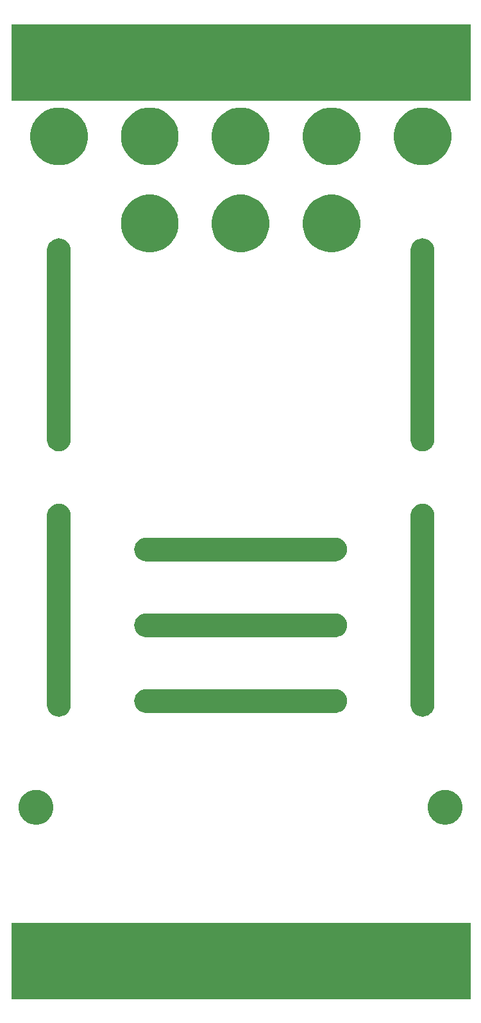
<source format=gbs>
G04 #@! TF.GenerationSoftware,KiCad,Pcbnew,(5.1.4)-1*
G04 #@! TF.CreationDate,2020-06-21T13:41:15+09:00*
G04 #@! TF.ProjectId,dooper-panel,646f6f70-6572-42d7-9061-6e656c2e6b69,rev?*
G04 #@! TF.SameCoordinates,Original*
G04 #@! TF.FileFunction,Soldermask,Bot*
G04 #@! TF.FilePolarity,Negative*
%FSLAX46Y46*%
G04 Gerber Fmt 4.6, Leading zero omitted, Abs format (unit mm)*
G04 Created by KiCad (PCBNEW (5.1.4)-1) date 2020-06-21 13:41:15*
%MOMM*%
%LPD*%
G04 APERTURE LIST*
%ADD10C,0.010000*%
%ADD11C,0.100000*%
G04 APERTURE END LIST*
D10*
G36*
X50000000Y-168500000D02*
G01*
X110500000Y-168500000D01*
X110500000Y-178500000D01*
X50000000Y-178500000D01*
X50000000Y-168500000D01*
G37*
X50000000Y-168500000D02*
X110500000Y-168500000D01*
X110500000Y-178500000D01*
X50000000Y-178500000D01*
X50000000Y-168500000D01*
G36*
X50000000Y-50000000D02*
G01*
X110500000Y-50000000D01*
X110500000Y-60000000D01*
X50000000Y-60000000D01*
X50000000Y-50000000D01*
G37*
X50000000Y-50000000D02*
X110500000Y-50000000D01*
X110500000Y-60000000D01*
X50000000Y-60000000D01*
X50000000Y-50000000D01*
D11*
G36*
X105020687Y-172887358D02*
G01*
X105520402Y-173038945D01*
X105980943Y-173285109D01*
X106384610Y-173616390D01*
X106715891Y-174020057D01*
X106962055Y-174480598D01*
X107113642Y-174980313D01*
X107164827Y-175500000D01*
X107113642Y-176019687D01*
X106962055Y-176519402D01*
X106715891Y-176979943D01*
X106384610Y-177383610D01*
X105980943Y-177714891D01*
X105520402Y-177961055D01*
X105020687Y-178112642D01*
X104631234Y-178151000D01*
X101570766Y-178151000D01*
X101181313Y-178112642D01*
X100681598Y-177961055D01*
X100221057Y-177714891D01*
X99817390Y-177383610D01*
X99486109Y-176979943D01*
X99239945Y-176519402D01*
X99088358Y-176019687D01*
X99037173Y-175500000D01*
X99088358Y-174980313D01*
X99239945Y-174480598D01*
X99486109Y-174020057D01*
X99817390Y-173616390D01*
X100221057Y-173285109D01*
X100681598Y-173038945D01*
X101181313Y-172887358D01*
X101570766Y-172849000D01*
X104631234Y-172849000D01*
X105020687Y-172887358D01*
X105020687Y-172887358D01*
G37*
G36*
X59320687Y-172887358D02*
G01*
X59820402Y-173038945D01*
X60280943Y-173285109D01*
X60684610Y-173616390D01*
X61015891Y-174020057D01*
X61262055Y-174480598D01*
X61413642Y-174980313D01*
X61464827Y-175500000D01*
X61413642Y-176019687D01*
X61262055Y-176519402D01*
X61015891Y-176979943D01*
X60684610Y-177383610D01*
X60280943Y-177714891D01*
X59820402Y-177961055D01*
X59320687Y-178112642D01*
X58931234Y-178151000D01*
X55870766Y-178151000D01*
X55481313Y-178112642D01*
X54981598Y-177961055D01*
X54521057Y-177714891D01*
X54117390Y-177383610D01*
X53786109Y-176979943D01*
X53539945Y-176519402D01*
X53388358Y-176019687D01*
X53337173Y-175500000D01*
X53388358Y-174980313D01*
X53539945Y-174480598D01*
X53786109Y-174020057D01*
X54117390Y-173616390D01*
X54521057Y-173285109D01*
X54981598Y-173038945D01*
X55481313Y-172887358D01*
X55870766Y-172849000D01*
X58931234Y-172849000D01*
X59320687Y-172887358D01*
X59320687Y-172887358D01*
G37*
G36*
X53698903Y-150993213D02*
G01*
X53921177Y-151037426D01*
X54339932Y-151210880D01*
X54716802Y-151462696D01*
X55037304Y-151783198D01*
X55289120Y-152160068D01*
X55462574Y-152578823D01*
X55551000Y-153023371D01*
X55551000Y-153476629D01*
X55462574Y-153921177D01*
X55289120Y-154339932D01*
X55037304Y-154716802D01*
X54716802Y-155037304D01*
X54339932Y-155289120D01*
X53921177Y-155462574D01*
X53698903Y-155506787D01*
X53476630Y-155551000D01*
X53023370Y-155551000D01*
X52801097Y-155506787D01*
X52578823Y-155462574D01*
X52160068Y-155289120D01*
X51783198Y-155037304D01*
X51462696Y-154716802D01*
X51210880Y-154339932D01*
X51037426Y-153921177D01*
X50949000Y-153476629D01*
X50949000Y-153023371D01*
X51037426Y-152578823D01*
X51210880Y-152160068D01*
X51462696Y-151783198D01*
X51783198Y-151462696D01*
X52160068Y-151210880D01*
X52578823Y-151037426D01*
X52801097Y-150993213D01*
X53023370Y-150949000D01*
X53476630Y-150949000D01*
X53698903Y-150993213D01*
X53698903Y-150993213D01*
G37*
G36*
X107698903Y-150993213D02*
G01*
X107921177Y-151037426D01*
X108339932Y-151210880D01*
X108716802Y-151462696D01*
X109037304Y-151783198D01*
X109289120Y-152160068D01*
X109462574Y-152578823D01*
X109551000Y-153023371D01*
X109551000Y-153476629D01*
X109462574Y-153921177D01*
X109289120Y-154339932D01*
X109037304Y-154716802D01*
X108716802Y-155037304D01*
X108339932Y-155289120D01*
X107921177Y-155462574D01*
X107698903Y-155506787D01*
X107476630Y-155551000D01*
X107023370Y-155551000D01*
X106801097Y-155506787D01*
X106578823Y-155462574D01*
X106160068Y-155289120D01*
X105783198Y-155037304D01*
X105462696Y-154716802D01*
X105210880Y-154339932D01*
X105037426Y-153921177D01*
X104949000Y-153476629D01*
X104949000Y-153023371D01*
X105037426Y-152578823D01*
X105210880Y-152160068D01*
X105462696Y-151783198D01*
X105783198Y-151462696D01*
X106160068Y-151210880D01*
X106578823Y-151037426D01*
X106801097Y-150993213D01*
X107023370Y-150949000D01*
X107476630Y-150949000D01*
X107698903Y-150993213D01*
X107698903Y-150993213D01*
G37*
G36*
X56554048Y-113221442D02*
G01*
X56846413Y-113310130D01*
X56846415Y-113310131D01*
X57115856Y-113454150D01*
X57115858Y-113454151D01*
X57115857Y-113454151D01*
X57352029Y-113647971D01*
X57439395Y-113754426D01*
X57545850Y-113884142D01*
X57689869Y-114153584D01*
X57689870Y-114153586D01*
X57778558Y-114445951D01*
X57801000Y-114673810D01*
X57801000Y-139826190D01*
X57778558Y-140054049D01*
X57759808Y-140115858D01*
X57689869Y-140346416D01*
X57545850Y-140615858D01*
X57352029Y-140852029D01*
X57115858Y-141045850D01*
X56846416Y-141189869D01*
X56846414Y-141189870D01*
X56554049Y-141278558D01*
X56250000Y-141308504D01*
X55945952Y-141278558D01*
X55653587Y-141189870D01*
X55653585Y-141189869D01*
X55384143Y-141045850D01*
X55147972Y-140852029D01*
X54954151Y-140615858D01*
X54810132Y-140346416D01*
X54740193Y-140115858D01*
X54721443Y-140054049D01*
X54699001Y-139826190D01*
X54699000Y-114673811D01*
X54721442Y-114445952D01*
X54810130Y-114153587D01*
X54954151Y-113884143D01*
X55147971Y-113647971D01*
X55254426Y-113560605D01*
X55384142Y-113454150D01*
X55653584Y-113310131D01*
X55653586Y-113310130D01*
X55945951Y-113221442D01*
X56250000Y-113191496D01*
X56554048Y-113221442D01*
X56554048Y-113221442D01*
G37*
G36*
X104554049Y-113221442D02*
G01*
X104846414Y-113310130D01*
X104846416Y-113310131D01*
X105115858Y-113454150D01*
X105352029Y-113647971D01*
X105545850Y-113884142D01*
X105689869Y-114153584D01*
X105689870Y-114153586D01*
X105778558Y-114445951D01*
X105801000Y-114673810D01*
X105801000Y-139826190D01*
X105778558Y-140054049D01*
X105759808Y-140115858D01*
X105689869Y-140346416D01*
X105545850Y-140615858D01*
X105439395Y-140745574D01*
X105352029Y-140852029D01*
X105151768Y-141016378D01*
X105115856Y-141045850D01*
X104846415Y-141189869D01*
X104846413Y-141189870D01*
X104554048Y-141278558D01*
X104250000Y-141308504D01*
X103945951Y-141278558D01*
X103653586Y-141189870D01*
X103653584Y-141189869D01*
X103384142Y-141045850D01*
X103254426Y-140939395D01*
X103147971Y-140852029D01*
X102954151Y-140615857D01*
X102810130Y-140346413D01*
X102721442Y-140054048D01*
X102699000Y-139826189D01*
X102699001Y-114673810D01*
X102721443Y-114445951D01*
X102810131Y-114153586D01*
X102810132Y-114153584D01*
X102954151Y-113884142D01*
X103147972Y-113647971D01*
X103384143Y-113454150D01*
X103653585Y-113310131D01*
X103653587Y-113310130D01*
X103945952Y-113221442D01*
X104250000Y-113191496D01*
X104554049Y-113221442D01*
X104554049Y-113221442D01*
G37*
G36*
X92902143Y-137706481D02*
G01*
X93054049Y-137721442D01*
X93346414Y-137810130D01*
X93346416Y-137810131D01*
X93615858Y-137954150D01*
X93852029Y-138147971D01*
X94045850Y-138384142D01*
X94189869Y-138653584D01*
X94189870Y-138653586D01*
X94278558Y-138945951D01*
X94308504Y-139250000D01*
X94278558Y-139554049D01*
X94189870Y-139846414D01*
X94189869Y-139846416D01*
X94045850Y-140115858D01*
X93852029Y-140352029D01*
X93615858Y-140545850D01*
X93346416Y-140689869D01*
X93346414Y-140689870D01*
X93054049Y-140778558D01*
X92902143Y-140793519D01*
X92826191Y-140801000D01*
X67673809Y-140801000D01*
X67597857Y-140793519D01*
X67445951Y-140778558D01*
X67153586Y-140689870D01*
X67153584Y-140689869D01*
X66884142Y-140545850D01*
X66647971Y-140352029D01*
X66454150Y-140115858D01*
X66310131Y-139846416D01*
X66310130Y-139846414D01*
X66221442Y-139554049D01*
X66191496Y-139250000D01*
X66221442Y-138945951D01*
X66310130Y-138653586D01*
X66310131Y-138653584D01*
X66454150Y-138384142D01*
X66647971Y-138147971D01*
X66884142Y-137954150D01*
X67153584Y-137810131D01*
X67153586Y-137810130D01*
X67445951Y-137721442D01*
X67597857Y-137706481D01*
X67673809Y-137699000D01*
X92826191Y-137699000D01*
X92902143Y-137706481D01*
X92902143Y-137706481D01*
G37*
G36*
X92902143Y-127706481D02*
G01*
X93054049Y-127721442D01*
X93346414Y-127810130D01*
X93346416Y-127810131D01*
X93615858Y-127954150D01*
X93852029Y-128147971D01*
X94045850Y-128384142D01*
X94189869Y-128653584D01*
X94189870Y-128653586D01*
X94278558Y-128945951D01*
X94308504Y-129250000D01*
X94278558Y-129554049D01*
X94189870Y-129846414D01*
X94189869Y-129846416D01*
X94045850Y-130115858D01*
X93852029Y-130352029D01*
X93615858Y-130545850D01*
X93346416Y-130689869D01*
X93346414Y-130689870D01*
X93054049Y-130778558D01*
X92902143Y-130793519D01*
X92826191Y-130801000D01*
X67673809Y-130801000D01*
X67597857Y-130793519D01*
X67445951Y-130778558D01*
X67153586Y-130689870D01*
X67153584Y-130689869D01*
X66884142Y-130545850D01*
X66647971Y-130352029D01*
X66454150Y-130115858D01*
X66310131Y-129846416D01*
X66310130Y-129846414D01*
X66221442Y-129554049D01*
X66191496Y-129250000D01*
X66221442Y-128945951D01*
X66310130Y-128653586D01*
X66310131Y-128653584D01*
X66454150Y-128384142D01*
X66647971Y-128147971D01*
X66884142Y-127954150D01*
X67153584Y-127810131D01*
X67153586Y-127810130D01*
X67445951Y-127721442D01*
X67597857Y-127706481D01*
X67673809Y-127699000D01*
X92826191Y-127699000D01*
X92902143Y-127706481D01*
X92902143Y-127706481D01*
G37*
G36*
X92902143Y-117706481D02*
G01*
X93054049Y-117721442D01*
X93346414Y-117810130D01*
X93346416Y-117810131D01*
X93615858Y-117954150D01*
X93852029Y-118147971D01*
X94045850Y-118384142D01*
X94189869Y-118653584D01*
X94189870Y-118653586D01*
X94278558Y-118945951D01*
X94308504Y-119250000D01*
X94278558Y-119554049D01*
X94189870Y-119846414D01*
X94189869Y-119846416D01*
X94045850Y-120115858D01*
X93852029Y-120352029D01*
X93615858Y-120545850D01*
X93346416Y-120689869D01*
X93346414Y-120689870D01*
X93054049Y-120778558D01*
X92902143Y-120793519D01*
X92826191Y-120801000D01*
X67673809Y-120801000D01*
X67597857Y-120793519D01*
X67445951Y-120778558D01*
X67153586Y-120689870D01*
X67153584Y-120689869D01*
X66884142Y-120545850D01*
X66647971Y-120352029D01*
X66454150Y-120115858D01*
X66310131Y-119846416D01*
X66310130Y-119846414D01*
X66221442Y-119554049D01*
X66191496Y-119250000D01*
X66221442Y-118945951D01*
X66310130Y-118653586D01*
X66310131Y-118653584D01*
X66454150Y-118384142D01*
X66647971Y-118147971D01*
X66884142Y-117954150D01*
X67153584Y-117810131D01*
X67153586Y-117810130D01*
X67445951Y-117721442D01*
X67597857Y-117706481D01*
X67673809Y-117699000D01*
X92826191Y-117699000D01*
X92902143Y-117706481D01*
X92902143Y-117706481D01*
G37*
G36*
X104554049Y-78221442D02*
G01*
X104846414Y-78310130D01*
X104846416Y-78310131D01*
X105115858Y-78454150D01*
X105352029Y-78647971D01*
X105545850Y-78884142D01*
X105689869Y-79153584D01*
X105689870Y-79153586D01*
X105778558Y-79445951D01*
X105801000Y-79673810D01*
X105801000Y-104826190D01*
X105778558Y-105054049D01*
X105689870Y-105346413D01*
X105689869Y-105346416D01*
X105545850Y-105615858D01*
X105439395Y-105745574D01*
X105352029Y-105852029D01*
X105151768Y-106016378D01*
X105115856Y-106045850D01*
X104846415Y-106189869D01*
X104846413Y-106189870D01*
X104554048Y-106278558D01*
X104250000Y-106308504D01*
X103945951Y-106278558D01*
X103653586Y-106189870D01*
X103653584Y-106189869D01*
X103384142Y-106045850D01*
X103254426Y-105939395D01*
X103147971Y-105852029D01*
X102954151Y-105615857D01*
X102810130Y-105346413D01*
X102721442Y-105054048D01*
X102699000Y-104826189D01*
X102699001Y-79673810D01*
X102721443Y-79445951D01*
X102810131Y-79153586D01*
X102810132Y-79153584D01*
X102954151Y-78884142D01*
X103147972Y-78647971D01*
X103384143Y-78454150D01*
X103653585Y-78310131D01*
X103653587Y-78310130D01*
X103945952Y-78221442D01*
X104250000Y-78191496D01*
X104554049Y-78221442D01*
X104554049Y-78221442D01*
G37*
G36*
X56554048Y-78221442D02*
G01*
X56846413Y-78310130D01*
X56846415Y-78310131D01*
X57115856Y-78454150D01*
X57115858Y-78454151D01*
X57115857Y-78454151D01*
X57352029Y-78647971D01*
X57372566Y-78672996D01*
X57545850Y-78884142D01*
X57689869Y-79153584D01*
X57689870Y-79153586D01*
X57778558Y-79445951D01*
X57801000Y-79673810D01*
X57801000Y-104826190D01*
X57778558Y-105054049D01*
X57689870Y-105346413D01*
X57689869Y-105346416D01*
X57545850Y-105615858D01*
X57352029Y-105852029D01*
X57115858Y-106045850D01*
X56846416Y-106189869D01*
X56846414Y-106189870D01*
X56554049Y-106278558D01*
X56250000Y-106308504D01*
X55945952Y-106278558D01*
X55653587Y-106189870D01*
X55653585Y-106189869D01*
X55384143Y-106045850D01*
X55147972Y-105852029D01*
X54954151Y-105615858D01*
X54810132Y-105346416D01*
X54810131Y-105346413D01*
X54721443Y-105054049D01*
X54699001Y-104826190D01*
X54699000Y-79673811D01*
X54721442Y-79445952D01*
X54810130Y-79153587D01*
X54954151Y-78884143D01*
X55147971Y-78647971D01*
X55254426Y-78560605D01*
X55384142Y-78454150D01*
X55653584Y-78310131D01*
X55653586Y-78310130D01*
X55945951Y-78221442D01*
X56250000Y-78191496D01*
X56554048Y-78221442D01*
X56554048Y-78221442D01*
G37*
G36*
X81358710Y-72595070D02*
G01*
X82050447Y-72881597D01*
X82050448Y-72881598D01*
X82672996Y-73297571D01*
X83202429Y-73827004D01*
X83480374Y-74242978D01*
X83618403Y-74449553D01*
X83904930Y-75141290D01*
X84051000Y-75875633D01*
X84051000Y-76624367D01*
X83904930Y-77358710D01*
X83618403Y-78050447D01*
X83618402Y-78050448D01*
X83202429Y-78672996D01*
X82672996Y-79202429D01*
X82308539Y-79445951D01*
X82050447Y-79618403D01*
X81358710Y-79904930D01*
X80624367Y-80051000D01*
X79875633Y-80051000D01*
X79141290Y-79904930D01*
X78449553Y-79618403D01*
X78191461Y-79445951D01*
X77827004Y-79202429D01*
X77297571Y-78672996D01*
X76881598Y-78050448D01*
X76881597Y-78050447D01*
X76595070Y-77358710D01*
X76449000Y-76624367D01*
X76449000Y-75875633D01*
X76595070Y-75141290D01*
X76881597Y-74449553D01*
X77019626Y-74242978D01*
X77297571Y-73827004D01*
X77827004Y-73297571D01*
X78449552Y-72881598D01*
X78449553Y-72881597D01*
X79141290Y-72595070D01*
X79875633Y-72449000D01*
X80624367Y-72449000D01*
X81358710Y-72595070D01*
X81358710Y-72595070D01*
G37*
G36*
X69358710Y-72595070D02*
G01*
X70050447Y-72881597D01*
X70050448Y-72881598D01*
X70672996Y-73297571D01*
X71202429Y-73827004D01*
X71480374Y-74242978D01*
X71618403Y-74449553D01*
X71904930Y-75141290D01*
X72051000Y-75875633D01*
X72051000Y-76624367D01*
X71904930Y-77358710D01*
X71618403Y-78050447D01*
X71618402Y-78050448D01*
X71202429Y-78672996D01*
X70672996Y-79202429D01*
X70308539Y-79445951D01*
X70050447Y-79618403D01*
X69358710Y-79904930D01*
X68624367Y-80051000D01*
X67875633Y-80051000D01*
X67141290Y-79904930D01*
X66449553Y-79618403D01*
X66191461Y-79445951D01*
X65827004Y-79202429D01*
X65297571Y-78672996D01*
X64881598Y-78050448D01*
X64881597Y-78050447D01*
X64595070Y-77358710D01*
X64449000Y-76624367D01*
X64449000Y-75875633D01*
X64595070Y-75141290D01*
X64881597Y-74449553D01*
X65019626Y-74242978D01*
X65297571Y-73827004D01*
X65827004Y-73297571D01*
X66449552Y-72881598D01*
X66449553Y-72881597D01*
X67141290Y-72595070D01*
X67875633Y-72449000D01*
X68624367Y-72449000D01*
X69358710Y-72595070D01*
X69358710Y-72595070D01*
G37*
G36*
X93358710Y-72595070D02*
G01*
X94050447Y-72881597D01*
X94050448Y-72881598D01*
X94672996Y-73297571D01*
X95202429Y-73827004D01*
X95480374Y-74242978D01*
X95618403Y-74449553D01*
X95904930Y-75141290D01*
X96051000Y-75875633D01*
X96051000Y-76624367D01*
X95904930Y-77358710D01*
X95618403Y-78050447D01*
X95618402Y-78050448D01*
X95202429Y-78672996D01*
X94672996Y-79202429D01*
X94308539Y-79445951D01*
X94050447Y-79618403D01*
X93358710Y-79904930D01*
X92624367Y-80051000D01*
X91875633Y-80051000D01*
X91141290Y-79904930D01*
X90449553Y-79618403D01*
X90191461Y-79445951D01*
X89827004Y-79202429D01*
X89297571Y-78672996D01*
X88881598Y-78050448D01*
X88881597Y-78050447D01*
X88595070Y-77358710D01*
X88449000Y-76624367D01*
X88449000Y-75875633D01*
X88595070Y-75141290D01*
X88881597Y-74449553D01*
X89019626Y-74242978D01*
X89297571Y-73827004D01*
X89827004Y-73297571D01*
X90449552Y-72881598D01*
X90449553Y-72881597D01*
X91141290Y-72595070D01*
X91875633Y-72449000D01*
X92624367Y-72449000D01*
X93358710Y-72595070D01*
X93358710Y-72595070D01*
G37*
G36*
X69358710Y-61095070D02*
G01*
X70050447Y-61381597D01*
X70050448Y-61381598D01*
X70672996Y-61797571D01*
X71202429Y-62327004D01*
X71480374Y-62742978D01*
X71618403Y-62949553D01*
X71904930Y-63641290D01*
X72051000Y-64375633D01*
X72051000Y-65124367D01*
X71904930Y-65858710D01*
X71618403Y-66550447D01*
X71618402Y-66550448D01*
X71202429Y-67172996D01*
X70672996Y-67702429D01*
X70257022Y-67980374D01*
X70050447Y-68118403D01*
X69358710Y-68404930D01*
X68624367Y-68551000D01*
X67875633Y-68551000D01*
X67141290Y-68404930D01*
X66449553Y-68118403D01*
X66242978Y-67980374D01*
X65827004Y-67702429D01*
X65297571Y-67172996D01*
X64881598Y-66550448D01*
X64881597Y-66550447D01*
X64595070Y-65858710D01*
X64449000Y-65124367D01*
X64449000Y-64375633D01*
X64595070Y-63641290D01*
X64881597Y-62949553D01*
X65019626Y-62742978D01*
X65297571Y-62327004D01*
X65827004Y-61797571D01*
X66449552Y-61381598D01*
X66449553Y-61381597D01*
X67141290Y-61095070D01*
X67875633Y-60949000D01*
X68624367Y-60949000D01*
X69358710Y-61095070D01*
X69358710Y-61095070D01*
G37*
G36*
X105358710Y-61095070D02*
G01*
X106050447Y-61381597D01*
X106050448Y-61381598D01*
X106672996Y-61797571D01*
X107202429Y-62327004D01*
X107480374Y-62742978D01*
X107618403Y-62949553D01*
X107904930Y-63641290D01*
X108051000Y-64375633D01*
X108051000Y-65124367D01*
X107904930Y-65858710D01*
X107618403Y-66550447D01*
X107618402Y-66550448D01*
X107202429Y-67172996D01*
X106672996Y-67702429D01*
X106257022Y-67980374D01*
X106050447Y-68118403D01*
X105358710Y-68404930D01*
X104624367Y-68551000D01*
X103875633Y-68551000D01*
X103141290Y-68404930D01*
X102449553Y-68118403D01*
X102242978Y-67980374D01*
X101827004Y-67702429D01*
X101297571Y-67172996D01*
X100881598Y-66550448D01*
X100881597Y-66550447D01*
X100595070Y-65858710D01*
X100449000Y-65124367D01*
X100449000Y-64375633D01*
X100595070Y-63641290D01*
X100881597Y-62949553D01*
X101019626Y-62742978D01*
X101297571Y-62327004D01*
X101827004Y-61797571D01*
X102449552Y-61381598D01*
X102449553Y-61381597D01*
X103141290Y-61095070D01*
X103875633Y-60949000D01*
X104624367Y-60949000D01*
X105358710Y-61095070D01*
X105358710Y-61095070D01*
G37*
G36*
X93358710Y-61095070D02*
G01*
X94050447Y-61381597D01*
X94050448Y-61381598D01*
X94672996Y-61797571D01*
X95202429Y-62327004D01*
X95480374Y-62742978D01*
X95618403Y-62949553D01*
X95904930Y-63641290D01*
X96051000Y-64375633D01*
X96051000Y-65124367D01*
X95904930Y-65858710D01*
X95618403Y-66550447D01*
X95618402Y-66550448D01*
X95202429Y-67172996D01*
X94672996Y-67702429D01*
X94257022Y-67980374D01*
X94050447Y-68118403D01*
X93358710Y-68404930D01*
X92624367Y-68551000D01*
X91875633Y-68551000D01*
X91141290Y-68404930D01*
X90449553Y-68118403D01*
X90242978Y-67980374D01*
X89827004Y-67702429D01*
X89297571Y-67172996D01*
X88881598Y-66550448D01*
X88881597Y-66550447D01*
X88595070Y-65858710D01*
X88449000Y-65124367D01*
X88449000Y-64375633D01*
X88595070Y-63641290D01*
X88881597Y-62949553D01*
X89019626Y-62742978D01*
X89297571Y-62327004D01*
X89827004Y-61797571D01*
X90449552Y-61381598D01*
X90449553Y-61381597D01*
X91141290Y-61095070D01*
X91875633Y-60949000D01*
X92624367Y-60949000D01*
X93358710Y-61095070D01*
X93358710Y-61095070D01*
G37*
G36*
X81358710Y-61095070D02*
G01*
X82050447Y-61381597D01*
X82050448Y-61381598D01*
X82672996Y-61797571D01*
X83202429Y-62327004D01*
X83480374Y-62742978D01*
X83618403Y-62949553D01*
X83904930Y-63641290D01*
X84051000Y-64375633D01*
X84051000Y-65124367D01*
X83904930Y-65858710D01*
X83618403Y-66550447D01*
X83618402Y-66550448D01*
X83202429Y-67172996D01*
X82672996Y-67702429D01*
X82257022Y-67980374D01*
X82050447Y-68118403D01*
X81358710Y-68404930D01*
X80624367Y-68551000D01*
X79875633Y-68551000D01*
X79141290Y-68404930D01*
X78449553Y-68118403D01*
X78242978Y-67980374D01*
X77827004Y-67702429D01*
X77297571Y-67172996D01*
X76881598Y-66550448D01*
X76881597Y-66550447D01*
X76595070Y-65858710D01*
X76449000Y-65124367D01*
X76449000Y-64375633D01*
X76595070Y-63641290D01*
X76881597Y-62949553D01*
X77019626Y-62742978D01*
X77297571Y-62327004D01*
X77827004Y-61797571D01*
X78449552Y-61381598D01*
X78449553Y-61381597D01*
X79141290Y-61095070D01*
X79875633Y-60949000D01*
X80624367Y-60949000D01*
X81358710Y-61095070D01*
X81358710Y-61095070D01*
G37*
G36*
X57358710Y-61095070D02*
G01*
X58050447Y-61381597D01*
X58050448Y-61381598D01*
X58672996Y-61797571D01*
X59202429Y-62327004D01*
X59480374Y-62742978D01*
X59618403Y-62949553D01*
X59904930Y-63641290D01*
X60051000Y-64375633D01*
X60051000Y-65124367D01*
X59904930Y-65858710D01*
X59618403Y-66550447D01*
X59618402Y-66550448D01*
X59202429Y-67172996D01*
X58672996Y-67702429D01*
X58257022Y-67980374D01*
X58050447Y-68118403D01*
X57358710Y-68404930D01*
X56624367Y-68551000D01*
X55875633Y-68551000D01*
X55141290Y-68404930D01*
X54449553Y-68118403D01*
X54242978Y-67980374D01*
X53827004Y-67702429D01*
X53297571Y-67172996D01*
X52881598Y-66550448D01*
X52881597Y-66550447D01*
X52595070Y-65858710D01*
X52449000Y-65124367D01*
X52449000Y-64375633D01*
X52595070Y-63641290D01*
X52881597Y-62949553D01*
X53019626Y-62742978D01*
X53297571Y-62327004D01*
X53827004Y-61797571D01*
X54449552Y-61381598D01*
X54449553Y-61381597D01*
X55141290Y-61095070D01*
X55875633Y-60949000D01*
X56624367Y-60949000D01*
X57358710Y-61095070D01*
X57358710Y-61095070D01*
G37*
G36*
X105020687Y-50387358D02*
G01*
X105520402Y-50538945D01*
X105980943Y-50785109D01*
X106384610Y-51116390D01*
X106715891Y-51520057D01*
X106962055Y-51980598D01*
X107113642Y-52480313D01*
X107164827Y-53000000D01*
X107113642Y-53519687D01*
X106962055Y-54019402D01*
X106715891Y-54479943D01*
X106384610Y-54883610D01*
X105980943Y-55214891D01*
X105520402Y-55461055D01*
X105020687Y-55612642D01*
X104631234Y-55651000D01*
X101570766Y-55651000D01*
X101181313Y-55612642D01*
X100681598Y-55461055D01*
X100221057Y-55214891D01*
X99817390Y-54883610D01*
X99486109Y-54479943D01*
X99239945Y-54019402D01*
X99088358Y-53519687D01*
X99037173Y-53000000D01*
X99088358Y-52480313D01*
X99239945Y-51980598D01*
X99486109Y-51520057D01*
X99817390Y-51116390D01*
X100221057Y-50785109D01*
X100681598Y-50538945D01*
X101181313Y-50387358D01*
X101570766Y-50349000D01*
X104631234Y-50349000D01*
X105020687Y-50387358D01*
X105020687Y-50387358D01*
G37*
G36*
X59320687Y-50387358D02*
G01*
X59820402Y-50538945D01*
X60280943Y-50785109D01*
X60684610Y-51116390D01*
X61015891Y-51520057D01*
X61262055Y-51980598D01*
X61413642Y-52480313D01*
X61464827Y-53000000D01*
X61413642Y-53519687D01*
X61262055Y-54019402D01*
X61015891Y-54479943D01*
X60684610Y-54883610D01*
X60280943Y-55214891D01*
X59820402Y-55461055D01*
X59320687Y-55612642D01*
X58931234Y-55651000D01*
X55870766Y-55651000D01*
X55481313Y-55612642D01*
X54981598Y-55461055D01*
X54521057Y-55214891D01*
X54117390Y-54883610D01*
X53786109Y-54479943D01*
X53539945Y-54019402D01*
X53388358Y-53519687D01*
X53337173Y-53000000D01*
X53388358Y-52480313D01*
X53539945Y-51980598D01*
X53786109Y-51520057D01*
X54117390Y-51116390D01*
X54521057Y-50785109D01*
X54981598Y-50538945D01*
X55481313Y-50387358D01*
X55870766Y-50349000D01*
X58931234Y-50349000D01*
X59320687Y-50387358D01*
X59320687Y-50387358D01*
G37*
M02*

</source>
